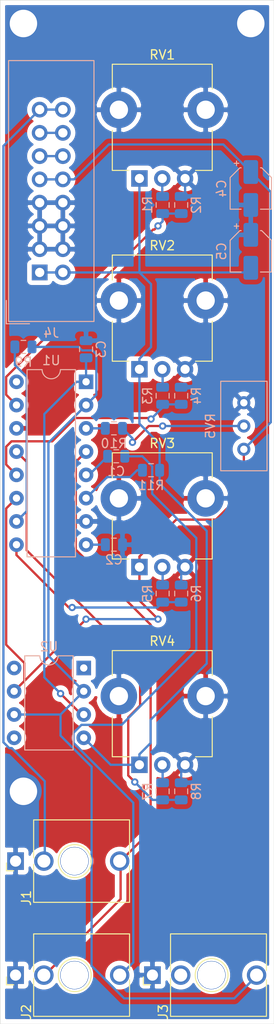
<source format=kicad_pcb>
(kicad_pcb (version 20171130) (host pcbnew "(5.1.2-1)-1")
  (layers (0 F.Cu signal) (31 B.Cu signal) (34 B.Paste user) (35 F.Paste user) (36 B.SilkS user) (37 F.SilkS user) (38 B.Mask user) (39 F.Mask user) (44 Edge.Cuts user))
  (net 0 "")
  (net 1 GNDREF)
  (net 2 "Net-(J3-PadT)")
  (net 3 +12V)
  (net 4 -12V)
  (net 5 "Net-(R10-Pad2)")
  (net 6 "Net-(R11-Pad1)")
  (net 7 /Attack)
  (net 8 /Decay)
  (net 9 /Sustain)
  (net 10 /Release)
  (net 11 "Net-(U1-Pad16)")
  (net 12 +5V)
  (net 13 "Net-(R1-Pad1)")
  (net 14 "Net-(R3-Pad1)")
  (net 15 "Net-(R5-Pad1)")
  (net 16 "Net-(R7-Pad1)")
  (net 17 "Net-(C1-Pad1)")
  (net 18 /Trigger)
  (net 19 "Net-(C2-Pad1)")
  (net 20 "Net-(C3-Pad1)")
  (net 21 /Gate)
  (net 22 /Rear_Gate)
  (net 23 /Rear_CV)
  (net 24 "Net-(R9-Pad1)")
  (net 25 "Net-(R10-Pad1)")
  (net 26 "Net-(U2-Pad1)")
  (net 27 "Net-(U2-Pad5)")
  (net 28 "Net-(U2-Pad8)")
  (module Eurorack:Jack_3.5mm_QingPu_WQP-PJ398SM_Vertical_CircularHoles (layer F.Cu) (at 71.628 142.24 90)
    (fp_text reference J1 (at -4.03 -5.27 270) (layer F.SilkS))
    (fp_text value Gate)
    (fp_line (start -1.06 -7.45) (end -0.2 -7.45) (layer F.SilkS) (width 0.12))
    (fp_line (start -1.06 -7.45) (end -1.06 -6.65) (layer F.SilkS) (width 0.12))
    (fp_circle (center 0 0.03) (end 1.8 0.03) (layer F.SilkS) (width 0.12))
    (fp_line (start -0.35 -4.47) (end -4.5 -4.47) (layer F.SilkS) (width 0.12))
    (fp_line (start 4.5 -4.47) (end 0.35 -4.47) (layer F.SilkS) (width 0.12))
    (fp_line (start -0.5 6.03) (end -4.5 6.03) (layer F.SilkS) (width 0.12))
    (fp_line (start 4.5 6.03) (end 0.5 6.03) (layer F.SilkS) (width 0.12))
    (fp_line (start 4.5 -4.47) (end 4.5 6.03) (layer F.SilkS) (width 0.12))
    (fp_line (start -4.5 -4.47) (end -4.5 6.03) (layer F.SilkS) (width 0.12))
    (pad "" thru_hole circle (at 0 0 90) (size 3.1 3.1) (drill 3) (layers *.Cu *.Mask))
    (pad T thru_hole circle (at 0 4.95 270) (size 2.13 2.13) (drill 1.43) (layers *.Cu *.Mask) (net 21 /Gate))
    (pad S thru_hole rect (at 0 -6.45 270) (size 1.93 1.83) (drill 1.22) (layers *.Cu *.Mask) (net 1 GNDREF))
    (pad TN thru_hole circle (at 0 -3.35 270) (size 2.13 2.13) (drill 1.42) (layers *.Cu *.Mask) (net 22 /Rear_Gate))
  )
  (module Eurorack:Jack_3.5mm_QingPu_WQP-PJ398SM_Vertical_CircularHoles (layer F.Cu) (at 71.628 154.686 90)
    (fp_text reference J2 (at -4.03 -5.27 270) (layer F.SilkS))
    (fp_text value Trigger)
    (fp_line (start -1.06 -7.45) (end -0.2 -7.45) (layer F.SilkS) (width 0.12))
    (fp_line (start -1.06 -7.45) (end -1.06 -6.65) (layer F.SilkS) (width 0.12))
    (fp_circle (center 0 0.03) (end 1.8 0.03) (layer F.SilkS) (width 0.12))
    (fp_line (start -0.35 -4.47) (end -4.5 -4.47) (layer F.SilkS) (width 0.12))
    (fp_line (start 4.5 -4.47) (end 0.35 -4.47) (layer F.SilkS) (width 0.12))
    (fp_line (start -0.5 6.03) (end -4.5 6.03) (layer F.SilkS) (width 0.12))
    (fp_line (start 4.5 6.03) (end 0.5 6.03) (layer F.SilkS) (width 0.12))
    (fp_line (start 4.5 -4.47) (end 4.5 6.03) (layer F.SilkS) (width 0.12))
    (fp_line (start -4.5 -4.47) (end -4.5 6.03) (layer F.SilkS) (width 0.12))
    (pad "" thru_hole circle (at 0 0 90) (size 3.1 3.1) (drill 3) (layers *.Cu *.Mask))
    (pad T thru_hole circle (at 0 4.95 270) (size 2.13 2.13) (drill 1.43) (layers *.Cu *.Mask) (net 18 /Trigger))
    (pad S thru_hole rect (at 0 -6.45 270) (size 1.93 1.83) (drill 1.22) (layers *.Cu *.Mask) (net 1 GNDREF))
    (pad TN thru_hole circle (at 0 -3.35 270) (size 2.13 2.13) (drill 1.42) (layers *.Cu *.Mask) (net 21 /Gate))
  )
  (module Eurorack:Jack_3.5mm_QingPu_WQP-PJ398SM_Vertical_CircularHoles (layer F.Cu) (at 86.614 154.686 90)
    (fp_text reference J3 (at -4.03 -5.27 270) (layer F.SilkS))
    (fp_text value Env)
    (fp_line (start -1.06 -7.45) (end -0.2 -7.45) (layer F.SilkS) (width 0.12))
    (fp_line (start -1.06 -7.45) (end -1.06 -6.65) (layer F.SilkS) (width 0.12))
    (fp_circle (center 0 0.03) (end 1.8 0.03) (layer F.SilkS) (width 0.12))
    (fp_line (start -0.35 -4.47) (end -4.5 -4.47) (layer F.SilkS) (width 0.12))
    (fp_line (start 4.5 -4.47) (end 0.35 -4.47) (layer F.SilkS) (width 0.12))
    (fp_line (start -0.5 6.03) (end -4.5 6.03) (layer F.SilkS) (width 0.12))
    (fp_line (start 4.5 6.03) (end 0.5 6.03) (layer F.SilkS) (width 0.12))
    (fp_line (start 4.5 -4.47) (end 4.5 6.03) (layer F.SilkS) (width 0.12))
    (fp_line (start -4.5 -4.47) (end -4.5 6.03) (layer F.SilkS) (width 0.12))
    (pad "" thru_hole circle (at 0 0 90) (size 3.1 3.1) (drill 3) (layers *.Cu *.Mask))
    (pad T thru_hole circle (at 0 4.95 270) (size 2.13 2.13) (drill 1.43) (layers *.Cu *.Mask) (net 2 "Net-(J3-PadT)"))
    (pad S thru_hole rect (at 0 -6.45 270) (size 1.93 1.83) (drill 1.22) (layers *.Cu *.Mask) (net 1 GNDREF))
    (pad TN thru_hole circle (at 0 -3.35 270) (size 2.13 2.13) (drill 1.42) (layers *.Cu *.Mask))
  )
  (module Eurorack:Potentiometer_TT_P0915N (layer F.Cu) (at 81.28 60.198)
    (fp_text reference RV1 (at -0.04 -5.98) (layer F.SilkS))
    (fp_text value 100K)
    (fp_line (start 5.43 -4.95) (end 5.43 -2.23) (layer F.SilkS) (width 0.12))
    (fp_line (start 5.43 2.27) (end 5.43 6.64) (layer F.SilkS) (width 0.12))
    (fp_line (start -5.51 2.27) (end -5.51 6.64) (layer F.SilkS) (width 0.12))
    (fp_line (start -3.69 6.64) (end -5.51 6.64) (layer F.SilkS) (width 0.12))
    (fp_line (start 5.43 -4.95) (end -5.51 -4.95) (layer F.SilkS) (width 0.12))
    (fp_line (start -5.51 -4.95) (end -5.51 -2.23) (layer F.SilkS) (width 0.12))
    (fp_line (start 5.43 6.64) (end 3.61 6.64) (layer F.SilkS) (width 0.12))
    (pad 1 thru_hole rect (at -2.54 7.52) (size 1.8 1.8) (drill 1) (layers *.Cu *.Mask) (net 4 -12V))
    (pad 2 thru_hole circle (at -0.04 7.52) (size 1.8 1.8) (drill 1) (layers *.Cu *.Mask) (net 13 "Net-(R1-Pad1)"))
    (pad 3 thru_hole circle (at 2.46 7.52) (size 1.8 1.8) (drill 1) (layers *.Cu *.Mask) (net 1 GNDREF))
    (pad "" thru_hole oval (at -4.79 0.02) (size 4 4) (drill 2) (layers *.Cu *.Mask) (net 1 GNDREF))
    (pad "" thru_hole oval (at 4.71 0.02) (size 4 4) (drill 2) (layers *.Cu *.Mask) (net 1 GNDREF))
  )
  (module Eurorack:Potentiometer_TT_P0915N (layer F.Cu) (at 81.28 81.026)
    (fp_text reference RV2 (at -0.04 -5.98) (layer F.SilkS))
    (fp_text value 100K)
    (fp_line (start 5.43 -4.95) (end 5.43 -2.23) (layer F.SilkS) (width 0.12))
    (fp_line (start 5.43 2.27) (end 5.43 6.64) (layer F.SilkS) (width 0.12))
    (fp_line (start -5.51 2.27) (end -5.51 6.64) (layer F.SilkS) (width 0.12))
    (fp_line (start -3.69 6.64) (end -5.51 6.64) (layer F.SilkS) (width 0.12))
    (fp_line (start 5.43 -4.95) (end -5.51 -4.95) (layer F.SilkS) (width 0.12))
    (fp_line (start -5.51 -4.95) (end -5.51 -2.23) (layer F.SilkS) (width 0.12))
    (fp_line (start 5.43 6.64) (end 3.61 6.64) (layer F.SilkS) (width 0.12))
    (pad 1 thru_hole rect (at -2.54 7.52) (size 1.8 1.8) (drill 1) (layers *.Cu *.Mask) (net 4 -12V))
    (pad 2 thru_hole circle (at -0.04 7.52) (size 1.8 1.8) (drill 1) (layers *.Cu *.Mask) (net 14 "Net-(R3-Pad1)"))
    (pad 3 thru_hole circle (at 2.46 7.52) (size 1.8 1.8) (drill 1) (layers *.Cu *.Mask) (net 1 GNDREF))
    (pad "" thru_hole oval (at -4.79 0.02) (size 4 4) (drill 2) (layers *.Cu *.Mask) (net 1 GNDREF))
    (pad "" thru_hole oval (at 4.71 0.02) (size 4 4) (drill 2) (layers *.Cu *.Mask) (net 1 GNDREF))
  )
  (module Eurorack:Potentiometer_TT_P0915N (layer F.Cu) (at 81.28 102.616)
    (fp_text reference RV3 (at -0.04 -5.98) (layer F.SilkS))
    (fp_text value 100K)
    (fp_line (start 5.43 -4.95) (end 5.43 -2.23) (layer F.SilkS) (width 0.12))
    (fp_line (start 5.43 2.27) (end 5.43 6.64) (layer F.SilkS) (width 0.12))
    (fp_line (start -5.51 2.27) (end -5.51 6.64) (layer F.SilkS) (width 0.12))
    (fp_line (start -3.69 6.64) (end -5.51 6.64) (layer F.SilkS) (width 0.12))
    (fp_line (start 5.43 -4.95) (end -5.51 -4.95) (layer F.SilkS) (width 0.12))
    (fp_line (start -5.51 -4.95) (end -5.51 -2.23) (layer F.SilkS) (width 0.12))
    (fp_line (start 5.43 6.64) (end 3.61 6.64) (layer F.SilkS) (width 0.12))
    (pad 1 thru_hole rect (at -2.54 7.52) (size 1.8 1.8) (drill 1) (layers *.Cu *.Mask) (net 3 +12V))
    (pad 2 thru_hole circle (at -0.04 7.52) (size 1.8 1.8) (drill 1) (layers *.Cu *.Mask) (net 15 "Net-(R5-Pad1)"))
    (pad 3 thru_hole circle (at 2.46 7.52) (size 1.8 1.8) (drill 1) (layers *.Cu *.Mask) (net 1 GNDREF))
    (pad "" thru_hole oval (at -4.79 0.02) (size 4 4) (drill 2) (layers *.Cu *.Mask) (net 1 GNDREF))
    (pad "" thru_hole oval (at 4.71 0.02) (size 4 4) (drill 2) (layers *.Cu *.Mask) (net 1 GNDREF))
  )
  (module Eurorack:Potentiometer_TT_P0915N (layer F.Cu) (at 81.28 124.206)
    (fp_text reference RV4 (at -0.04 -5.98) (layer F.SilkS))
    (fp_text value R_POT_US)
    (fp_line (start 5.43 -4.95) (end 5.43 -2.23) (layer F.SilkS) (width 0.12))
    (fp_line (start 5.43 2.27) (end 5.43 6.64) (layer F.SilkS) (width 0.12))
    (fp_line (start -5.51 2.27) (end -5.51 6.64) (layer F.SilkS) (width 0.12))
    (fp_line (start -3.69 6.64) (end -5.51 6.64) (layer F.SilkS) (width 0.12))
    (fp_line (start 5.43 -4.95) (end -5.51 -4.95) (layer F.SilkS) (width 0.12))
    (fp_line (start -5.51 -4.95) (end -5.51 -2.23) (layer F.SilkS) (width 0.12))
    (fp_line (start 5.43 6.64) (end 3.61 6.64) (layer F.SilkS) (width 0.12))
    (pad 1 thru_hole rect (at -2.54 7.52) (size 1.8 1.8) (drill 1) (layers *.Cu *.Mask) (net 4 -12V))
    (pad 2 thru_hole circle (at -0.04 7.52) (size 1.8 1.8) (drill 1) (layers *.Cu *.Mask) (net 16 "Net-(R7-Pad1)"))
    (pad 3 thru_hole circle (at 2.46 7.52) (size 1.8 1.8) (drill 1) (layers *.Cu *.Mask) (net 1 GNDREF))
    (pad "" thru_hole oval (at -4.79 0.02) (size 4 4) (drill 2) (layers *.Cu *.Mask) (net 1 GNDREF))
    (pad "" thru_hole oval (at 4.71 0.02) (size 4 4) (drill 2) (layers *.Cu *.Mask) (net 1 GNDREF))
  )
  (module Package_DIP:DIP-16_W7.62mm (layer B.Cu) (at 72.898 89.916 180)
    (fp_text reference U1 (at 3.81 2.33 180) (layer B.SilkS) (effects (justify mirror)))
    (fp_text value AS3310)
    (fp_line (start 6.46 1.33) (end 4.81 1.33) (layer B.SilkS) (width 0.12))
    (fp_line (start 6.46 -19.11) (end 6.46 1.33) (layer B.SilkS) (width 0.12))
    (fp_line (start 1.16 -19.11) (end 6.46 -19.11) (layer B.SilkS) (width 0.12))
    (fp_line (start 1.16 1.33) (end 1.16 -19.11) (layer B.SilkS) (width 0.12))
    (fp_line (start 2.81 1.33) (end 1.16 1.33) (layer B.SilkS) (width 0.12))
    (fp_arc (start 3.81 1.33) (end 2.81 1.33) (angle 180) (layer B.SilkS) (width 0.12))
    (pad 16 thru_hole oval (at 7.62 0 180) (size 1.6 1.6) (drill 0.8) (layers *.Cu *.Mask) (net 11 "Net-(U1-Pad16)"))
    (pad 8 thru_hole oval (at 0 -17.78 180) (size 1.6 1.6) (drill 0.8) (layers *.Cu *.Mask) (net 19 "Net-(C2-Pad1)"))
    (pad 15 thru_hole oval (at 7.62 -2.54 180) (size 1.6 1.6) (drill 0.8) (layers *.Cu *.Mask) (net 7 /Attack))
    (pad 7 thru_hole oval (at 0 -15.24 180) (size 1.6 1.6) (drill 0.8) (layers *.Cu *.Mask) (net 1 GNDREF))
    (pad 14 thru_hole oval (at 7.62 -5.08 180) (size 1.6 1.6) (drill 0.8) (layers *.Cu *.Mask) (net 1 GNDREF))
    (pad 6 thru_hole oval (at 0 -12.7 180) (size 1.6 1.6) (drill 0.8) (layers *.Cu *.Mask) (net 6 "Net-(R11-Pad1)"))
    (pad 13 thru_hole oval (at 7.62 -7.62 180) (size 1.6 1.6) (drill 0.8) (layers *.Cu *.Mask) (net 10 /Release))
    (pad 5 thru_hole oval (at 0 -10.16 180) (size 1.6 1.6) (drill 0.8) (layers *.Cu *.Mask) (net 17 "Net-(C1-Pad1)"))
    (pad 12 thru_hole oval (at 7.62 -10.16 180) (size 1.6 1.6) (drill 0.8) (layers *.Cu *.Mask) (net 8 /Decay))
    (pad 4 thru_hole oval (at 0 -7.62 180) (size 1.6 1.6) (drill 0.8) (layers *.Cu *.Mask) (net 21 /Gate))
    (pad 11 thru_hole oval (at 7.62 -12.7 180) (size 1.6 1.6) (drill 0.8) (layers *.Cu *.Mask) (net 3 +12V))
    (pad 3 thru_hole oval (at 0 -5.08 180) (size 1.6 1.6) (drill 0.8) (layers *.Cu *.Mask) (net 25 "Net-(R10-Pad1)"))
    (pad 10 thru_hole oval (at 7.62 -15.24 180) (size 1.6 1.6) (drill 0.8) (layers *.Cu *.Mask) (net 24 "Net-(R9-Pad1)"))
    (pad 2 thru_hole oval (at 0 -2.54 180) (size 1.6 1.6) (drill 0.8) (layers *.Cu *.Mask) (net 2 "Net-(J3-PadT)"))
    (pad 9 thru_hole oval (at 7.62 -17.78 180) (size 1.6 1.6) (drill 0.8) (layers *.Cu *.Mask) (net 9 /Sustain))
    (pad 1 thru_hole rect (at 0 0 180) (size 1.6 1.6) (drill 0.8) (layers *.Cu *.Mask) (net 20 "Net-(C3-Pad1)"))
  )
  (module Connector_IDC:IDC-Header_2x08_P2.54mm_Vertical (layer B.Cu) (at 67.818 77.978)
    (fp_text reference J4 (at 1.27 6.604) (layer B.SilkS) (effects (justify mirror)))
    (fp_text value Conn_01x16)
    (fp_line (start -3.655 5.6) (end -1.115 5.6) (layer B.SilkS) (width 0.12))
    (fp_line (start -3.655 5.6) (end -3.655 3.06) (layer B.SilkS) (width 0.12))
    (fp_line (start -3.405 5.35) (end 5.945 5.35) (layer B.SilkS) (width 0.12))
    (fp_line (start -3.405 -23.13) (end -3.405 5.35) (layer B.SilkS) (width 0.12))
    (fp_line (start 5.945 -23.13) (end -3.405 -23.13) (layer B.SilkS) (width 0.12))
    (fp_line (start 5.945 5.35) (end 5.945 -23.13) (layer B.SilkS) (width 0.12))
    (pad 16 thru_hole oval (at 2.54 -17.78) (size 1.7272 1.7272) (drill 1.016) (layers *.Cu *.Mask) (net 22 /Rear_Gate))
    (pad 15 thru_hole oval (at 0 -17.78) (size 1.7272 1.7272) (drill 1.016) (layers *.Cu *.Mask) (net 22 /Rear_Gate))
    (pad 14 thru_hole oval (at 2.54 -15.24) (size 1.7272 1.7272) (drill 1.016) (layers *.Cu *.Mask) (net 23 /Rear_CV))
    (pad 13 thru_hole oval (at 0 -15.24) (size 1.7272 1.7272) (drill 1.016) (layers *.Cu *.Mask) (net 23 /Rear_CV))
    (pad 12 thru_hole oval (at 2.54 -12.7) (size 1.7272 1.7272) (drill 1.016) (layers *.Cu *.Mask) (net 12 +5V))
    (pad 11 thru_hole oval (at 0 -12.7) (size 1.7272 1.7272) (drill 1.016) (layers *.Cu *.Mask) (net 12 +5V))
    (pad 10 thru_hole oval (at 2.54 -10.16) (size 1.7272 1.7272) (drill 1.016) (layers *.Cu *.Mask) (net 3 +12V))
    (pad 9 thru_hole oval (at 0 -10.16) (size 1.7272 1.7272) (drill 1.016) (layers *.Cu *.Mask) (net 3 +12V))
    (pad 8 thru_hole oval (at 2.54 -7.62) (size 1.7272 1.7272) (drill 1.016) (layers *.Cu *.Mask) (net 1 GNDREF))
    (pad 7 thru_hole oval (at 0 -7.62) (size 1.7272 1.7272) (drill 1.016) (layers *.Cu *.Mask) (net 1 GNDREF))
    (pad 6 thru_hole oval (at 2.54 -5.08) (size 1.7272 1.7272) (drill 1.016) (layers *.Cu *.Mask) (net 1 GNDREF))
    (pad 5 thru_hole oval (at 0 -5.08) (size 1.7272 1.7272) (drill 1.016) (layers *.Cu *.Mask) (net 1 GNDREF))
    (pad 4 thru_hole oval (at 2.54 -2.54) (size 1.7272 1.7272) (drill 1.016) (layers *.Cu *.Mask) (net 1 GNDREF))
    (pad 3 thru_hole oval (at 0 -2.54) (size 1.7272 1.7272) (drill 1.016) (layers *.Cu *.Mask) (net 1 GNDREF))
    (pad 2 thru_hole oval (at 2.54 0) (size 1.7272 1.7272) (drill 1.016) (layers *.Cu *.Mask) (net 4 -12V))
    (pad 1 thru_hole rect (at 0 0) (size 1.7272 1.7272) (drill 1.016) (layers *.Cu *.Mask) (net 4 -12V))
  )
  (module Resistor_SMD:R_0805_2012Metric (layer B.Cu) (at 81.28 70.612 270)
    (fp_text reference R1 (at 0 1.65 90) (layer B.SilkS) (effects (justify mirror)))
    (fp_text value 22K)
    (fp_line (start -0.258578 -0.71) (end 0.258578 -0.71) (layer B.SilkS) (width 0.12))
    (fp_line (start -0.258578 0.71) (end 0.258578 0.71) (layer B.SilkS) (width 0.12))
    (pad 2 smd roundrect (at 0.9375 0 270) (size 0.975 1.4) (layers B.Cu B.Paste B.Mask) (net 7 /Attack))
    (pad 1 smd roundrect (at -0.9375 0 270) (size 0.975 1.4) (layers B.Cu B.Paste B.Mask) (net 13 "Net-(R1-Pad1)"))
  )
  (module Resistor_SMD:R_0805_2012Metric (layer B.Cu) (at 83.312 70.612 90)
    (fp_text reference R2 (at 0 1.65 90) (layer B.SilkS) (effects (justify mirror)))
    (fp_text value 450)
    (fp_line (start -0.258578 -0.71) (end 0.258578 -0.71) (layer B.SilkS) (width 0.12))
    (fp_line (start -0.258578 0.71) (end 0.258578 0.71) (layer B.SilkS) (width 0.12))
    (pad 2 smd roundrect (at 0.9375 0 90) (size 0.975 1.4) (layers B.Cu B.Paste B.Mask) (net 1 GNDREF))
    (pad 1 smd roundrect (at -0.9375 0 90) (size 0.975 1.4) (layers B.Cu B.Paste B.Mask) (net 7 /Attack))
  )
  (module Resistor_SMD:R_0805_2012Metric (layer B.Cu) (at 81.28 91.44 270)
    (fp_text reference R3 (at 0 1.65 90) (layer B.SilkS) (effects (justify mirror)))
    (fp_text value 22K)
    (fp_line (start -0.258578 -0.71) (end 0.258578 -0.71) (layer B.SilkS) (width 0.12))
    (fp_line (start -0.258578 0.71) (end 0.258578 0.71) (layer B.SilkS) (width 0.12))
    (pad 2 smd roundrect (at 0.9375 0 270) (size 0.975 1.4) (layers B.Cu B.Paste B.Mask) (net 8 /Decay))
    (pad 1 smd roundrect (at -0.9375 0 270) (size 0.975 1.4) (layers B.Cu B.Paste B.Mask) (net 14 "Net-(R3-Pad1)"))
  )
  (module Resistor_SMD:R_0805_2012Metric (layer B.Cu) (at 83.312 91.44 90)
    (fp_text reference R4 (at 0 1.65 90) (layer B.SilkS) (effects (justify mirror)))
    (fp_text value 450)
    (fp_line (start -0.258578 -0.71) (end 0.258578 -0.71) (layer B.SilkS) (width 0.12))
    (fp_line (start -0.258578 0.71) (end 0.258578 0.71) (layer B.SilkS) (width 0.12))
    (pad 2 smd roundrect (at 0.9375 0 90) (size 0.975 1.4) (layers B.Cu B.Paste B.Mask) (net 1 GNDREF))
    (pad 1 smd roundrect (at -0.9375 0 90) (size 0.975 1.4) (layers B.Cu B.Paste B.Mask) (net 8 /Decay))
  )
  (module Resistor_SMD:R_0805_2012Metric (layer B.Cu) (at 81.28 113.03 270)
    (fp_text reference R5 (at 0 1.65 270) (layer B.SilkS) (effects (justify mirror)))
    (fp_text value R_US)
    (fp_line (start -0.258578 -0.71) (end 0.258578 -0.71) (layer B.SilkS) (width 0.12))
    (fp_line (start -0.258578 0.71) (end 0.258578 0.71) (layer B.SilkS) (width 0.12))
    (pad 2 smd roundrect (at 0.9375 0 270) (size 0.975 1.4) (layers B.Cu B.Paste B.Mask) (net 9 /Sustain))
    (pad 1 smd roundrect (at -0.9375 0 270) (size 0.975 1.4) (layers B.Cu B.Paste B.Mask) (net 15 "Net-(R5-Pad1)"))
  )
  (module Resistor_SMD:R_0805_2012Metric (layer B.Cu) (at 83.312 113.03 90)
    (fp_text reference R6 (at 0 1.65 90) (layer B.SilkS) (effects (justify mirror)))
    (fp_text value R_US)
    (fp_line (start -0.258578 -0.71) (end 0.258578 -0.71) (layer B.SilkS) (width 0.12))
    (fp_line (start -0.258578 0.71) (end 0.258578 0.71) (layer B.SilkS) (width 0.12))
    (pad 2 smd roundrect (at 0.9375 0 90) (size 0.975 1.4) (layers B.Cu B.Paste B.Mask) (net 1 GNDREF))
    (pad 1 smd roundrect (at -0.9375 0 90) (size 0.975 1.4) (layers B.Cu B.Paste B.Mask) (net 9 /Sustain))
  )
  (module Resistor_SMD:R_0805_2012Metric (layer B.Cu) (at 81.28 134.62 270)
    (fp_text reference R7 (at 0 1.65 270) (layer B.SilkS) (effects (justify mirror)))
    (fp_text value 22K)
    (fp_line (start -0.258578 -0.71) (end 0.258578 -0.71) (layer B.SilkS) (width 0.12))
    (fp_line (start -0.258578 0.71) (end 0.258578 0.71) (layer B.SilkS) (width 0.12))
    (pad 2 smd roundrect (at 0.9375 0 270) (size 0.975 1.4) (layers B.Cu B.Paste B.Mask) (net 10 /Release))
    (pad 1 smd roundrect (at -0.9375 0 270) (size 0.975 1.4) (layers B.Cu B.Paste B.Mask) (net 16 "Net-(R7-Pad1)"))
  )
  (module Resistor_SMD:R_0805_2012Metric (layer B.Cu) (at 83.312 134.62 90)
    (fp_text reference R8 (at 0 1.65 270) (layer B.SilkS) (effects (justify mirror)))
    (fp_text value 450)
    (fp_line (start -0.258578 -0.71) (end 0.258578 -0.71) (layer B.SilkS) (width 0.12))
    (fp_line (start -0.258578 0.71) (end 0.258578 0.71) (layer B.SilkS) (width 0.12))
    (pad 2 smd roundrect (at 0.9375 0 90) (size 0.975 1.4) (layers B.Cu B.Paste B.Mask) (net 1 GNDREF))
    (pad 1 smd roundrect (at -0.9375 0 90) (size 0.975 1.4) (layers B.Cu B.Paste B.Mask) (net 10 /Release))
  )
  (module Capacitor_SMD:C_0805_2012Metric (layer B.Cu) (at 76.2 98.044)
    (fp_text reference C1 (at 0 1.65) (layer B.SilkS) (effects (justify mirror)))
    (fp_text value 3nF)
    (fp_line (start -0.258578 -0.71) (end 0.258578 -0.71) (layer B.SilkS) (width 0.12))
    (fp_line (start -0.258578 0.71) (end 0.258578 0.71) (layer B.SilkS) (width 0.12))
    (pad 2 smd roundrect (at 0.9375 0) (size 0.975 1.4) (layers B.Cu B.Paste B.Mask) (net 18 /Trigger))
    (pad 1 smd roundrect (at -0.9375 0) (size 0.975 1.4) (layers B.Cu B.Paste B.Mask) (net 17 "Net-(C1-Pad1)"))
  )
  (module Capacitor_SMD:C_0805_2012Metric (layer B.Cu) (at 75.946 107.696)
    (fp_text reference C2 (at 0 1.65) (layer B.SilkS) (effects (justify mirror)))
    (fp_text value 10nF)
    (fp_line (start -0.258578 -0.71) (end 0.258578 -0.71) (layer B.SilkS) (width 0.12))
    (fp_line (start -0.258578 0.71) (end 0.258578 0.71) (layer B.SilkS) (width 0.12))
    (pad 2 smd roundrect (at 0.9375 0) (size 0.975 1.4) (layers B.Cu B.Paste B.Mask) (net 1 GNDREF))
    (pad 1 smd roundrect (at -0.9375 0) (size 0.975 1.4) (layers B.Cu B.Paste B.Mask) (net 19 "Net-(C2-Pad1)"))
  )
  (module Capacitor_SMD:C_0805_2012Metric (layer B.Cu) (at 72.898 86.36 90)
    (fp_text reference C3 (at 0 1.65 90) (layer B.SilkS) (effects (justify mirror)))
    (fp_text value 39nF)
    (fp_line (start -0.258578 -0.71) (end 0.258578 -0.71) (layer B.SilkS) (width 0.12))
    (fp_line (start -0.258578 0.71) (end 0.258578 0.71) (layer B.SilkS) (width 0.12))
    (pad 2 smd roundrect (at 0.9375 0 90) (size 0.975 1.4) (layers B.Cu B.Paste B.Mask) (net 1 GNDREF))
    (pad 1 smd roundrect (at -0.9375 0 90) (size 0.975 1.4) (layers B.Cu B.Paste B.Mask) (net 20 "Net-(C3-Pad1)"))
  )
  (module Capacitor_SMD:CP_Elec_4x3 (layer B.Cu) (at 90.932 68.812 270)
    (fp_text reference C4 (at 0 3.2 90) (layer B.SilkS) (effects (justify mirror)))
    (fp_text value CP1)
    (fp_line (start -2.75 1.81) (end -2.75 1.31) (layer B.SilkS) (width 0.12))
    (fp_line (start -3 1.56) (end -2.5 1.56) (layer B.SilkS) (width 0.12))
    (fp_line (start -2.26 -1.195563) (end -1.195563 -2.26) (layer B.SilkS) (width 0.12))
    (fp_line (start -2.26 1.195563) (end -1.195563 2.26) (layer B.SilkS) (width 0.12))
    (fp_line (start -2.26 1.195563) (end -2.26 1.06) (layer B.SilkS) (width 0.12))
    (fp_line (start -2.26 -1.195563) (end -2.26 -1.06) (layer B.SilkS) (width 0.12))
    (fp_line (start -1.195563 -2.26) (end 2.26 -2.26) (layer B.SilkS) (width 0.12))
    (fp_line (start -1.195563 2.26) (end 2.26 2.26) (layer B.SilkS) (width 0.12))
    (fp_line (start 2.26 2.26) (end 2.26 1.06) (layer B.SilkS) (width 0.12))
    (fp_line (start 2.26 -2.26) (end 2.26 -1.06) (layer B.SilkS) (width 0.12))
    (pad 2 smd roundrect (at 1.8 0 270) (size 2.6 1.6) (layers B.Cu B.Paste B.Mask) (roundrect_rratio 0.15625) (net 1 GNDREF))
    (pad 1 smd roundrect (at -1.8 0 270) (size 2.6 1.6) (layers B.Cu B.Paste B.Mask) (roundrect_rratio 0.15625) (net 3 +12V))
  )
  (module Capacitor_SMD:CP_Elec_4x3 (layer B.Cu) (at 90.932 75.67 270)
    (fp_text reference C5 (at 0 3.2 270) (layer B.SilkS) (effects (justify mirror)))
    (fp_text value CP1)
    (fp_line (start -2.75 1.81) (end -2.75 1.31) (layer B.SilkS) (width 0.12))
    (fp_line (start -3 1.56) (end -2.5 1.56) (layer B.SilkS) (width 0.12))
    (fp_line (start -2.26 -1.195563) (end -1.195563 -2.26) (layer B.SilkS) (width 0.12))
    (fp_line (start -2.26 1.195563) (end -1.195563 2.26) (layer B.SilkS) (width 0.12))
    (fp_line (start -2.26 1.195563) (end -2.26 1.06) (layer B.SilkS) (width 0.12))
    (fp_line (start -2.26 -1.195563) (end -2.26 -1.06) (layer B.SilkS) (width 0.12))
    (fp_line (start -1.195563 -2.26) (end 2.26 -2.26) (layer B.SilkS) (width 0.12))
    (fp_line (start -1.195563 2.26) (end 2.26 2.26) (layer B.SilkS) (width 0.12))
    (fp_line (start 2.26 2.26) (end 2.26 1.06) (layer B.SilkS) (width 0.12))
    (fp_line (start 2.26 -2.26) (end 2.26 -1.06) (layer B.SilkS) (width 0.12))
    (pad 2 smd roundrect (at 1.8 0 270) (size 2.6 1.6) (layers B.Cu B.Paste B.Mask) (roundrect_rratio 0.15625) (net 4 -12V))
    (pad 1 smd roundrect (at -1.8 0 270) (size 2.6 1.6) (layers B.Cu B.Paste B.Mask) (roundrect_rratio 0.15625) (net 1 GNDREF))
  )
  (module Resistor_SMD:R_0805_2012Metric (layer B.Cu) (at 66.04 86.106)
    (fp_text reference R9 (at 0 1.65) (layer B.SilkS) (effects (justify mirror)))
    (fp_text value 30K)
    (fp_line (start -0.258578 -0.71) (end 0.258578 -0.71) (layer B.SilkS) (width 0.12))
    (fp_line (start -0.258578 0.71) (end 0.258578 0.71) (layer B.SilkS) (width 0.12))
    (pad 2 smd roundrect (at 0.9375 0) (size 0.975 1.4) (layers B.Cu B.Paste B.Mask) (net 2 "Net-(J3-PadT)"))
    (pad 1 smd roundrect (at -0.9375 0) (size 0.975 1.4) (layers B.Cu B.Paste B.Mask) (net 24 "Net-(R9-Pad1)"))
  )
  (module Resistor_SMD:R_0805_2012Metric (layer B.Cu) (at 75.946 94.996)
    (fp_text reference R10 (at 0 1.65) (layer B.SilkS) (effects (justify mirror)))
    (fp_text value 10K)
    (fp_line (start -0.258578 -0.71) (end 0.258578 -0.71) (layer B.SilkS) (width 0.12))
    (fp_line (start -0.258578 0.71) (end 0.258578 0.71) (layer B.SilkS) (width 0.12))
    (pad 2 smd roundrect (at 0.9375 0) (size 0.975 1.4) (layers B.Cu B.Paste B.Mask) (net 5 "Net-(R10-Pad2)"))
    (pad 1 smd roundrect (at -0.9375 0) (size 0.975 1.4) (layers B.Cu B.Paste B.Mask) (net 25 "Net-(R10-Pad1)"))
  )
  (module Resistor_SMD:R_0805_2012Metric (layer B.Cu) (at 80.01 99.568)
    (fp_text reference R11 (at 0 1.65) (layer B.SilkS) (effects (justify mirror)))
    (fp_text value 470)
    (fp_line (start -0.258578 -0.71) (end 0.258578 -0.71) (layer B.SilkS) (width 0.12))
    (fp_line (start -0.258578 0.71) (end 0.258578 0.71) (layer B.SilkS) (width 0.12))
    (pad 2 smd roundrect (at 0.9375 0) (size 0.975 1.4) (layers B.Cu B.Paste B.Mask) (net 4 -12V))
    (pad 1 smd roundrect (at -0.9375 0) (size 0.975 1.4) (layers B.Cu B.Paste B.Mask) (net 6 "Net-(R11-Pad1)"))
  )
  (module Potentiometer_THT:Potentiometer_Bourns_3296W_Vertical (layer B.Cu) (at 90.17 97.282 270)
    (fp_text reference RV5 (at -2.54 3.66 270) (layer B.SilkS) (effects (justify mirror)))
    (fp_text value 100K)
    (fp_line (start 2.345 2.53) (end 2.345 -2.54) (layer B.SilkS) (width 0.12))
    (fp_line (start -7.425 2.53) (end -7.425 -2.54) (layer B.SilkS) (width 0.12))
    (fp_line (start -7.425 -2.54) (end 2.345 -2.54) (layer B.SilkS) (width 0.12))
    (fp_line (start -7.425 2.53) (end 2.345 2.53) (layer B.SilkS) (width 0.12))
    (pad 3 thru_hole circle (at -5.08 0 270) (size 1.44 1.44) (drill 0.8) (layers *.Cu *.Mask) (net 1 GNDREF))
    (pad 2 thru_hole circle (at -2.54 0 270) (size 1.44 1.44) (drill 0.8) (layers *.Cu *.Mask) (net 5 "Net-(R10-Pad2)"))
    (pad 1 thru_hole circle (at 0 0 270) (size 1.44 1.44) (drill 0.8) (layers *.Cu *.Mask) (net 3 +12V))
  )
  (module Package_DIP:DIP-8_W7.62mm (layer B.Cu) (at 72.644 121.158 180)
    (fp_text reference U2 (at 3.81 2.33) (layer B.SilkS) (effects (justify mirror)))
    (fp_text value TL071)
    (fp_line (start 6.46 1.33) (end 4.81 1.33) (layer B.SilkS) (width 0.12))
    (fp_line (start 6.46 -8.95) (end 6.46 1.33) (layer B.SilkS) (width 0.12))
    (fp_line (start 1.16 -8.95) (end 6.46 -8.95) (layer B.SilkS) (width 0.12))
    (fp_line (start 1.16 1.33) (end 1.16 -8.95) (layer B.SilkS) (width 0.12))
    (fp_line (start 2.81 1.33) (end 1.16 1.33) (layer B.SilkS) (width 0.12))
    (fp_arc (start 3.81 1.33) (end 2.81 1.33) (angle 180) (layer B.SilkS) (width 0.12))
    (pad 8 thru_hole oval (at 7.62 0 180) (size 1.6 1.6) (drill 0.8) (layers *.Cu *.Mask) (net 28 "Net-(U2-Pad8)"))
    (pad 4 thru_hole oval (at 0 -7.62 180) (size 1.6 1.6) (drill 0.8) (layers *.Cu *.Mask) (net 4 -12V))
    (pad 7 thru_hole oval (at 7.62 -2.54 180) (size 1.6 1.6) (drill 0.8) (layers *.Cu *.Mask) (net 3 +12V))
    (pad 3 thru_hole oval (at 0 -5.08 180) (size 1.6 1.6) (drill 0.8) (layers *.Cu *.Mask) (net 20 "Net-(C3-Pad1)"))
    (pad 6 thru_hole oval (at 7.62 -5.08 180) (size 1.6 1.6) (drill 0.8) (layers *.Cu *.Mask) (net 2 "Net-(J3-PadT)"))
    (pad 2 thru_hole oval (at 0 -2.54 180) (size 1.6 1.6) (drill 0.8) (layers *.Cu *.Mask) (net 2 "Net-(J3-PadT)"))
    (pad 5 thru_hole oval (at 7.62 -7.62 180) (size 1.6 1.6) (drill 0.8) (layers *.Cu *.Mask) (net 27 "Net-(U2-Pad5)"))
    (pad 1 thru_hole rect (at 0 0 180) (size 1.6 1.6) (drill 0.8) (layers *.Cu *.Mask) (net 26 "Net-(U2-Pad1)"))
  )
  (gr_line (start 63.5 160.02) (end 63.5 48.26) (layer Edge.Cuts) (width 0.05))
  (gr_line (start 93.472 160.02) (end 63.5 160.02) (layer Edge.Cuts) (width 0.05))
  (gr_line (start 93.472 48.26) (end 93.472 160.02) (layer Edge.Cuts) (width 0.05))
  (gr_line (start 63.5 48.26) (end 93.472 48.26) (layer Edge.Cuts) (width 0.05))
  (via (at 66.04 134.62) (size 4) (drill 2.999999) (layers F.Cu B.Cu) (net 1))
  (via (at 90.932 50.8) (size 4) (drill 2.999999) (layers F.Cu B.Cu) (net 1))
  (via (at 66.04 50.8) (size 4) (drill 2.999999) (layers F.Cu B.Cu) (net 1))
  (segment (start 83.312 132.154) (end 83.74 131.726) (width 0.25) (layer B.Cu) (net 1))
  (segment (start 83.312 133.6825) (end 83.312 132.154) (width 0.25) (layer B.Cu) (net 1))
  (segment (start 83.74 69.2465) (end 83.312 69.6745) (width 0.25) (layer B.Cu) (net 1))
  (segment (start 83.74 67.718) (end 83.74 69.2465) (width 0.25) (layer B.Cu) (net 1))
  (segment (start 83.312 110.564) (end 83.74 110.136) (width 0.25) (layer B.Cu) (net 1))
  (segment (start 83.312 112.0925) (end 83.312 110.564) (width 0.25) (layer B.Cu) (net 1))
  (segment (start 66.9775 86.5355) (end 66.9775 86.106) (width 0.25) (layer B.Cu) (net 2))
  (segment (start 70.104 126.238) (end 72.644 123.698) (width 0.25) (layer B.Cu) (net 2))
  (segment (start 65.024 126.238) (end 70.104 126.238) (width 0.25) (layer B.Cu) (net 2))
  (segment (start 73.697999 91.656001) (end 72.898 92.456) (width 0.25) (layer B.Cu) (net 2))
  (segment (start 74.023001 91.330999) (end 73.697999 91.656001) (width 0.25) (layer B.Cu) (net 2))
  (segment (start 74.023001 86.918151) (end 74.023001 91.330999) (width 0.25) (layer B.Cu) (net 2))
  (segment (start 73.58984 86.48499) (end 74.023001 86.918151) (width 0.25) (layer B.Cu) (net 2))
  (segment (start 72.45614 86.48499) (end 73.58984 86.48499) (width 0.25) (layer B.Cu) (net 2))
  (segment (start 72.07715 86.106) (end 72.45614 86.48499) (width 0.25) (layer B.Cu) (net 2))
  (segment (start 66.9775 86.106) (end 72.07715 86.106) (width 0.25) (layer B.Cu) (net 2))
  (segment (start 68.77601 119.83001) (end 72.644 123.698) (width 0.25) (layer B.Cu) (net 2))
  (segment (start 68.77601 96.57799) (end 68.77601 119.83001) (width 0.25) (layer B.Cu) (net 2))
  (segment (start 72.898 92.456) (end 68.77601 96.57799) (width 0.25) (layer B.Cu) (net 2))
  (segment (start 70.104 128.539412) (end 70.104 126.238) (width 0.25) (layer B.Cu) (net 2))
  (segment (start 73.503001 153.668203) (end 73.503001 131.938413) (width 0.25) (layer B.Cu) (net 2))
  (segment (start 77.060798 157.226) (end 73.503001 153.668203) (width 0.25) (layer B.Cu) (net 2))
  (segment (start 89.124 157.226) (end 77.060798 157.226) (width 0.25) (layer B.Cu) (net 2))
  (segment (start 73.503001 131.938413) (end 70.104 128.539412) (width 0.25) (layer B.Cu) (net 2))
  (segment (start 91.664 154.686) (end 89.124 157.226) (width 0.25) (layer B.Cu) (net 2))
  (segment (start 69.039314 67.818) (end 70.358 67.818) (width 0.25) (layer B.Cu) (net 3))
  (segment (start 67.818 67.818) (end 69.039314 67.818) (width 0.25) (layer B.Cu) (net 3))
  (segment (start 71.579314 67.818) (end 75.389314 64.008) (width 0.25) (layer B.Cu) (net 3))
  (segment (start 70.358 67.818) (end 71.579314 67.818) (width 0.25) (layer B.Cu) (net 3))
  (segment (start 87.928 64.008) (end 90.932 67.012) (width 0.25) (layer B.Cu) (net 3))
  (segment (start 75.389314 64.008) (end 87.928 64.008) (width 0.25) (layer B.Cu) (net 3))
  (segment (start 90.17 98.300233) (end 90.17 97.282) (width 0.25) (layer F.Cu) (net 3))
  (segment (start 87.106001 104.961001) (end 90.17 101.897002) (width 0.25) (layer F.Cu) (net 3))
  (segment (start 82.764999 104.961001) (end 87.106001 104.961001) (width 0.25) (layer F.Cu) (net 3))
  (segment (start 90.17 101.897002) (end 90.17 98.300233) (width 0.25) (layer F.Cu) (net 3))
  (segment (start 78.74 108.986) (end 82.764999 104.961001) (width 0.25) (layer F.Cu) (net 3))
  (segment (start 78.74 110.136) (end 78.74 108.986) (width 0.25) (layer F.Cu) (net 3))
  (segment (start 90.889999 96.562001) (end 90.17 97.282) (width 0.25) (layer B.Cu) (net 3))
  (segment (start 93.12199 94.33001) (end 90.889999 96.562001) (width 0.25) (layer B.Cu) (net 3))
  (segment (start 93.12199 69.20199) (end 93.12199 94.33001) (width 0.25) (layer B.Cu) (net 3))
  (segment (start 90.932 67.012) (end 93.12199 69.20199) (width 0.25) (layer B.Cu) (net 3))
  (via (at 80.772 115.824) (size 0.8) (drill 0.4) (layers F.Cu B.Cu) (net 3))
  (segment (start 78.74 113.792) (end 80.772 115.824) (width 0.25) (layer F.Cu) (net 3))
  (segment (start 78.74 110.136) (end 78.74 113.792) (width 0.25) (layer F.Cu) (net 3))
  (segment (start 80.772 115.824) (end 72.898 115.824) (width 0.25) (layer B.Cu) (net 3))
  (segment (start 65.823999 122.898001) (end 65.024 123.698) (width 0.25) (layer F.Cu) (net 3))
  (segment (start 66.149001 122.572999) (end 65.823999 122.898001) (width 0.25) (layer F.Cu) (net 3))
  (segment (start 66.149001 120.617999) (end 66.149001 122.572999) (width 0.25) (layer F.Cu) (net 3))
  (segment (start 64.152999 103.741001) (end 64.152999 118.621997) (width 0.25) (layer F.Cu) (net 3))
  (segment (start 64.152999 118.621997) (end 66.149001 120.617999) (width 0.25) (layer F.Cu) (net 3))
  (segment (start 65.278 102.616) (end 64.152999 103.741001) (width 0.25) (layer F.Cu) (net 3))
  (via (at 72.893347 115.828653) (size 0.8) (drill 0.4) (layers F.Cu B.Cu) (net 3))
  (segment (start 72.898 115.824) (end 72.893347 115.828653) (width 0.25) (layer B.Cu) (net 3))
  (segment (start 72.893347 115.828653) (end 65.024 123.698) (width 0.25) (layer F.Cu) (net 3))
  (segment (start 90.424 77.978) (end 90.932 77.47) (width 0.25) (layer B.Cu) (net 4))
  (segment (start 78.74 77.978) (end 90.424 77.978) (width 0.25) (layer B.Cu) (net 4))
  (segment (start 78.74 67.718) (end 78.74 77.978) (width 0.25) (layer B.Cu) (net 4))
  (segment (start 70.358 77.978) (end 78.74 77.978) (width 0.25) (layer B.Cu) (net 4))
  (segment (start 80.01 86.126) (end 78.74 87.396) (width 0.25) (layer B.Cu) (net 4))
  (segment (start 80.01 79.248) (end 80.01 86.126) (width 0.25) (layer B.Cu) (net 4))
  (segment (start 78.74 87.396) (end 78.74 88.546) (width 0.25) (layer B.Cu) (net 4))
  (segment (start 78.74 77.978) (end 80.01 79.248) (width 0.25) (layer B.Cu) (net 4))
  (segment (start 78.74 130.576) (end 78.74 131.726) (width 0.25) (layer B.Cu) (net 4))
  (segment (start 79.965001 129.350999) (end 78.74 130.576) (width 0.25) (layer B.Cu) (net 4))
  (segment (start 79.965001 126.809997) (end 86.106 120.668998) (width 0.25) (layer B.Cu) (net 4))
  (segment (start 79.965001 129.350999) (end 79.965001 126.809997) (width 0.25) (layer B.Cu) (net 4))
  (segment (start 80.9475 100.368) (end 80.9475 99.568) (width 0.25) (layer B.Cu) (net 4))
  (segment (start 80.9475 101.034502) (end 80.9475 100.368) (width 0.25) (layer B.Cu) (net 4))
  (segment (start 86.106 106.193002) (end 80.9475 101.034502) (width 0.25) (layer B.Cu) (net 4))
  (segment (start 86.106 120.668998) (end 86.106 106.193002) (width 0.25) (layer B.Cu) (net 4))
  (segment (start 70.358 77.978) (end 67.818 77.978) (width 0.25) (layer B.Cu) (net 4))
  (segment (start 75.592 131.726) (end 78.74 131.726) (width 0.25) (layer B.Cu) (net 4))
  (segment (start 72.644 128.778) (end 75.592 131.726) (width 0.25) (layer B.Cu) (net 4))
  (segment (start 80.9475 99.568) (end 80.9475 96.6955) (width 0.25) (layer B.Cu) (net 4))
  (segment (start 78.74 94.488) (end 78.74 88.546) (width 0.25) (layer B.Cu) (net 4))
  (segment (start 80.9475 96.6955) (end 78.74 94.488) (width 0.25) (layer B.Cu) (net 4))
  (via (at 81.28 94.742) (size 0.8) (drill 0.4) (layers F.Cu B.Cu) (net 5))
  (segment (start 90.17 94.742) (end 81.28 94.742) (width 0.25) (layer B.Cu) (net 5))
  (segment (start 79.756 94.742) (end 77.978 96.52) (width 0.25) (layer F.Cu) (net 5))
  (via (at 77.978 96.52) (size 0.8) (drill 0.4) (layers F.Cu B.Cu) (net 5))
  (segment (start 81.28 94.742) (end 79.756 94.742) (width 0.25) (layer F.Cu) (net 5))
  (segment (start 77.978 96.0905) (end 76.8835 94.996) (width 0.25) (layer B.Cu) (net 5))
  (segment (start 77.978 96.52) (end 77.978 96.0905) (width 0.25) (layer B.Cu) (net 5))
  (segment (start 75.203001 100.310999) (end 73.697999 101.816001) (width 0.25) (layer B.Cu) (net 6))
  (segment (start 73.697999 101.816001) (end 72.898 102.616) (width 0.25) (layer B.Cu) (net 6))
  (segment (start 77.742001 100.310999) (end 75.203001 100.310999) (width 0.25) (layer B.Cu) (net 6))
  (segment (start 78.485 99.568) (end 77.742001 100.310999) (width 0.25) (layer B.Cu) (net 6))
  (segment (start 79.0725 99.568) (end 78.485 99.568) (width 0.25) (layer B.Cu) (net 6))
  (segment (start 81.28 71.5495) (end 83.312 71.5495) (width 0.25) (layer B.Cu) (net 7))
  (via (at 80.772 72.898) (size 0.8) (drill 0.4) (layers F.Cu B.Cu) (net 7))
  (segment (start 81.28 72.39) (end 80.772 72.898) (width 0.25) (layer B.Cu) (net 7))
  (segment (start 81.28 71.5495) (end 81.28 72.39) (width 0.25) (layer B.Cu) (net 7))
  (segment (start 64.478001 91.656001) (end 65.278 92.456) (width 0.25) (layer F.Cu) (net 7))
  (segment (start 64.152999 91.330999) (end 64.478001 91.656001) (width 0.25) (layer F.Cu) (net 7))
  (segment (start 64.152999 89.375999) (end 64.152999 91.330999) (width 0.25) (layer F.Cu) (net 7))
  (segment (start 80.230999 73.297999) (end 64.152999 89.375999) (width 0.25) (layer F.Cu) (net 7))
  (segment (start 80.372001 73.297999) (end 80.230999 73.297999) (width 0.25) (layer F.Cu) (net 7))
  (segment (start 80.772 72.898) (end 80.372001 73.297999) (width 0.25) (layer F.Cu) (net 7))
  (via (at 80.01 93.98) (size 0.8) (drill 0.4) (layers F.Cu B.Cu) (net 8))
  (segment (start 81.28 92.71) (end 80.01 93.98) (width 0.25) (layer B.Cu) (net 8))
  (segment (start 81.28 92.3775) (end 81.28 92.71) (width 0.25) (layer B.Cu) (net 8))
  (segment (start 64.152999 96.995999) (end 64.152999 98.950999) (width 0.25) (layer F.Cu) (net 8))
  (segment (start 64.478001 99.276001) (end 65.278 100.076) (width 0.25) (layer F.Cu) (net 8))
  (segment (start 64.737999 96.410999) (end 64.152999 96.995999) (width 0.25) (layer F.Cu) (net 8))
  (segment (start 69.197001 96.410999) (end 64.737999 96.410999) (width 0.25) (layer F.Cu) (net 8))
  (segment (start 71.737001 93.870999) (end 69.197001 96.410999) (width 0.25) (layer F.Cu) (net 8))
  (segment (start 79.900999 93.870999) (end 71.737001 93.870999) (width 0.25) (layer F.Cu) (net 8))
  (segment (start 64.152999 98.950999) (end 64.478001 99.276001) (width 0.25) (layer F.Cu) (net 8))
  (segment (start 80.01 93.98) (end 79.900999 93.870999) (width 0.25) (layer F.Cu) (net 8))
  (segment (start 83.312 92.3775) (end 81.28 92.3775) (width 0.25) (layer B.Cu) (net 8))
  (segment (start 81.28 113.9675) (end 83.312 113.9675) (width 0.25) (layer B.Cu) (net 9))
  (segment (start 71.00463 114.554) (end 71.374 114.554) (width 0.25) (layer F.Cu) (net 9))
  (via (at 71.374 114.554) (size 0.8) (drill 0.4) (layers F.Cu B.Cu) (net 9))
  (segment (start 65.278 108.82737) (end 71.00463 114.554) (width 0.25) (layer F.Cu) (net 9))
  (segment (start 65.278 107.696) (end 65.278 108.82737) (width 0.25) (layer F.Cu) (net 9))
  (segment (start 80.6935 114.554) (end 81.28 113.9675) (width 0.25) (layer B.Cu) (net 9))
  (segment (start 71.374 114.554) (end 80.6935 114.554) (width 0.25) (layer B.Cu) (net 9))
  (segment (start 80.1855 135.5575) (end 78.232 133.604) (width 0.25) (layer B.Cu) (net 10))
  (via (at 78.232 133.604) (size 0.8) (drill 0.4) (layers F.Cu B.Cu) (net 10))
  (segment (start 81.28 135.5575) (end 80.1855 135.5575) (width 0.25) (layer B.Cu) (net 10))
  (segment (start 78.815001 125.250999) (end 78.815001 120.725001) (width 0.25) (layer F.Cu) (net 10))
  (segment (start 77.514999 126.551001) (end 78.815001 125.250999) (width 0.25) (layer F.Cu) (net 10))
  (segment (start 77.514999 132.886999) (end 77.514999 126.551001) (width 0.25) (layer F.Cu) (net 10))
  (segment (start 78.232 133.604) (end 77.514999 132.886999) (width 0.25) (layer F.Cu) (net 10))
  (segment (start 66.077999 98.335999) (end 65.278 97.536) (width 0.25) (layer F.Cu) (net 10))
  (segment (start 66.403001 98.661001) (end 66.077999 98.335999) (width 0.25) (layer F.Cu) (net 10))
  (segment (start 66.403001 108.313001) (end 66.403001 98.661001) (width 0.25) (layer F.Cu) (net 10))
  (segment (start 78.815001 120.725001) (end 66.403001 108.313001) (width 0.25) (layer F.Cu) (net 10))
  (segment (start 83.312 135.5575) (end 81.28 135.5575) (width 0.25) (layer B.Cu) (net 10))
  (segment (start 69.039314 65.278) (end 70.358 65.278) (width 0.25) (layer B.Cu) (net 12))
  (segment (start 67.818 65.278) (end 69.039314 65.278) (width 0.25) (layer B.Cu) (net 12))
  (segment (start 81.24 69.6345) (end 81.28 69.6745) (width 0.25) (layer B.Cu) (net 13))
  (segment (start 81.24 67.718) (end 81.24 69.6345) (width 0.25) (layer B.Cu) (net 13))
  (segment (start 81.28 88.586) (end 81.24 88.546) (width 0.25) (layer B.Cu) (net 14))
  (segment (start 81.28 90.5025) (end 81.28 88.586) (width 0.25) (layer B.Cu) (net 14))
  (segment (start 81.28 110.176) (end 81.24 110.136) (width 0.25) (layer B.Cu) (net 15))
  (segment (start 81.28 112.0925) (end 81.28 110.176) (width 0.25) (layer B.Cu) (net 15))
  (segment (start 81.28 131.766) (end 81.24 131.726) (width 0.25) (layer B.Cu) (net 16))
  (segment (start 81.28 133.6825) (end 81.28 131.766) (width 0.25) (layer B.Cu) (net 16))
  (segment (start 73.2305 100.076) (end 72.898 100.076) (width 0.25) (layer B.Cu) (net 17))
  (segment (start 75.2625 98.044) (end 73.2305 100.076) (width 0.25) (layer B.Cu) (net 17))
  (segment (start 84.965001 119.192001) (end 84.965001 106.964851) (width 0.25) (layer B.Cu) (net 18))
  (segment (start 71.518999 128.237999) (end 72.393997 127.363001) (width 0.25) (layer B.Cu) (net 18))
  (segment (start 76.794001 127.363001) (end 84.965001 119.192001) (width 0.25) (layer B.Cu) (net 18))
  (segment (start 72.393997 127.363001) (end 76.794001 127.363001) (width 0.25) (layer B.Cu) (net 18))
  (segment (start 71.518999 129.318001) (end 71.518999 128.237999) (width 0.25) (layer B.Cu) (net 18))
  (segment (start 78.068001 135.867003) (end 71.518999 129.318001) (width 0.25) (layer B.Cu) (net 18))
  (segment (start 78.068001 153.295999) (end 78.068001 135.867003) (width 0.25) (layer B.Cu) (net 18))
  (segment (start 76.678 154.686) (end 78.068001 153.295999) (width 0.25) (layer B.Cu) (net 18))
  (segment (start 80.13499 102.13484) (end 84.965001 106.964851) (width 0.25) (layer B.Cu) (net 18))
  (segment (start 80.13499 99.12614) (end 80.13499 102.13484) (width 0.25) (layer B.Cu) (net 18))
  (segment (start 79.05285 98.044) (end 80.13499 99.12614) (width 0.25) (layer B.Cu) (net 18))
  (segment (start 77.1375 98.044) (end 79.05285 98.044) (width 0.25) (layer B.Cu) (net 18))
  (segment (start 72.898 107.696) (end 75.0085 107.696) (width 0.25) (layer B.Cu) (net 19))
  (segment (start 72.898 89.916) (end 72.898 87.2975) (width 0.25) (layer B.Cu) (net 20))
  (segment (start 71.848 89.916) (end 68.326 93.438) (width 0.25) (layer B.Cu) (net 20))
  (segment (start 72.898 89.916) (end 71.848 89.916) (width 0.25) (layer B.Cu) (net 20))
  (segment (start 68.326 93.438) (end 68.326 98.552) (width 0.25) (layer B.Cu) (net 20))
  (via (at 70.104 123.952) (size 0.8) (drill 0.4) (layers F.Cu B.Cu) (net 20))
  (segment (start 68.326 122.174) (end 70.104 123.952) (width 0.25) (layer B.Cu) (net 20))
  (segment (start 68.326 98.552) (end 68.326 122.174) (width 0.25) (layer B.Cu) (net 20))
  (segment (start 72.39 126.238) (end 72.644 126.238) (width 0.25) (layer F.Cu) (net 20))
  (segment (start 70.104 123.952) (end 72.39 126.238) (width 0.25) (layer F.Cu) (net 20))
  (segment (start 76.678 146.386) (end 68.378 154.686) (width 0.25) (layer F.Cu) (net 21))
  (segment (start 76.678 142.24) (end 76.678 146.386) (width 0.25) (layer F.Cu) (net 21))
  (segment (start 72.098001 98.335999) (end 72.898 97.536) (width 0.25) (layer F.Cu) (net 21))
  (segment (start 71.772999 108.236001) (end 71.772999 98.661001) (width 0.25) (layer F.Cu) (net 21))
  (segment (start 79.965001 116.428003) (end 71.772999 108.236001) (width 0.25) (layer F.Cu) (net 21))
  (segment (start 71.772999 98.661001) (end 72.098001 98.335999) (width 0.25) (layer F.Cu) (net 21))
  (segment (start 79.965001 138.952999) (end 79.965001 116.428003) (width 0.25) (layer F.Cu) (net 21))
  (segment (start 76.678 142.24) (end 79.965001 138.952999) (width 0.25) (layer F.Cu) (net 21))
  (segment (start 67.818 60.198) (end 70.358 60.198) (width 0.25) (layer B.Cu) (net 22))
  (segment (start 66.954401 61.061599) (end 67.818 60.198) (width 0.25) (layer B.Cu) (net 22))
  (segment (start 63.85001 129.269012) (end 63.85001 64.16599) (width 0.25) (layer B.Cu) (net 22))
  (segment (start 63.85001 64.16599) (end 66.954401 61.061599) (width 0.25) (layer B.Cu) (net 22))
  (segment (start 64.764003 129.903001) (end 64.483999 129.903001) (width 0.25) (layer B.Cu) (net 22))
  (segment (start 68.378 133.516998) (end 64.764003 129.903001) (width 0.25) (layer B.Cu) (net 22))
  (segment (start 64.483999 129.903001) (end 63.85001 129.269012) (width 0.25) (layer B.Cu) (net 22))
  (segment (start 68.378 142.24) (end 68.378 133.516998) (width 0.25) (layer B.Cu) (net 22))
  (segment (start 69.039314 62.738) (end 70.358 62.738) (width 0.25) (layer B.Cu) (net 23))
  (segment (start 67.818 62.738) (end 69.039314 62.738) (width 0.25) (layer B.Cu) (net 23))
  (segment (start 66.403001 104.030999) (end 66.077999 104.356001) (width 0.25) (layer B.Cu) (net 24))
  (segment (start 66.403001 89.375999) (end 66.403001 104.030999) (width 0.25) (layer B.Cu) (net 24))
  (segment (start 65.1025 88.075498) (end 66.403001 89.375999) (width 0.25) (layer B.Cu) (net 24))
  (segment (start 66.077999 104.356001) (end 65.278 105.156) (width 0.25) (layer B.Cu) (net 24))
  (segment (start 65.1025 86.106) (end 65.1025 88.075498) (width 0.25) (layer B.Cu) (net 24))
  (segment (start 75.0085 94.996) (end 72.898 94.996) (width 0.25) (layer B.Cu) (net 25))
  (zone (net 1) (net_name GNDREF) (layer B.Cu) (connect_pads (clearance 0.508)) (min_thickness 0.254) (fill yes (arc_segments 32) (thermal_gap 0.508) (thermal_bridge_width 0.508))
    (polygon (pts (xy 63.5 48.26) (xy 93.472 48.26) (xy 93.472 160.02) (xy 63.5 160.02)))
  )
  (zone (net 1) (net_name GNDREF) (layer F.Cu) (connect_pads (clearance 0.508)) (min_thickness 0.254) (fill yes (arc_segments 32) (thermal_gap 0.508) (thermal_bridge_width 0.508))
    (polygon (pts (xy 63.5 48.26) (xy 93.472 48.26) (xy 93.472 160.02) (xy 63.5 160.02)))
  )
)
</source>
